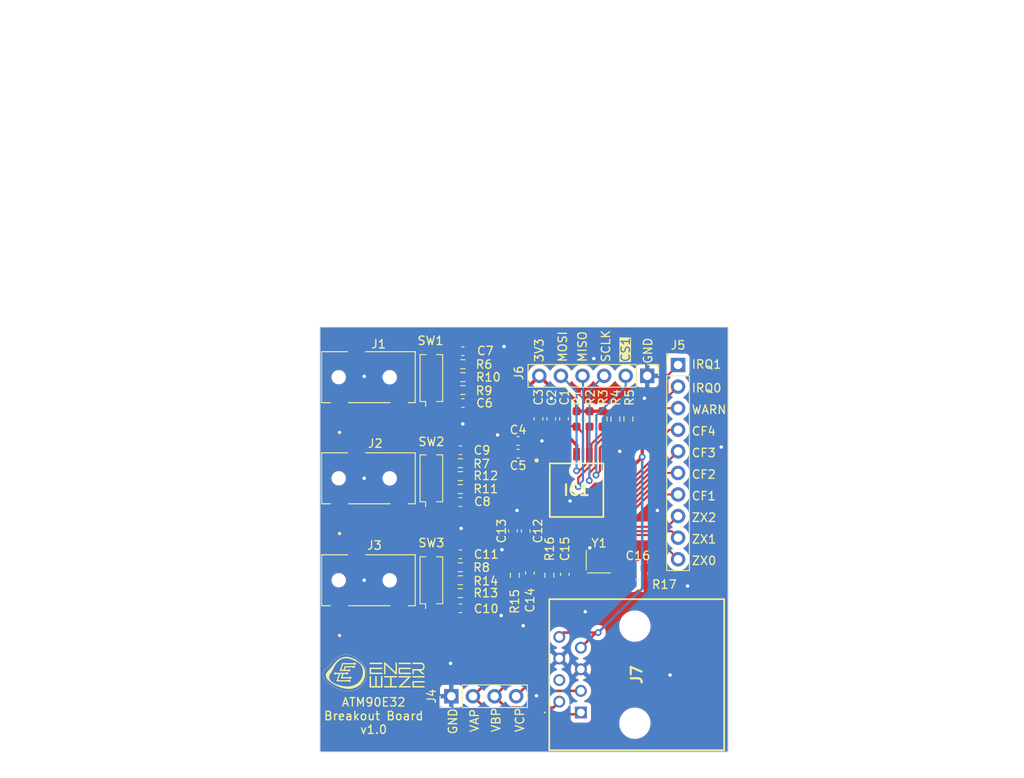
<source format=kicad_pcb>
(kicad_pcb
	(version 20240108)
	(generator "pcbnew")
	(generator_version "8.0")
	(general
		(thickness 1.6)
		(legacy_teardrops no)
	)
	(paper "A4")
	(title_block
		(title "ATM90E32 Breakout Board")
		(date "2024-04-11")
		(rev "1.0")
		(company "Enerwize")
	)
	(layers
		(0 "F.Cu" power)
		(31 "B.Cu" power)
		(32 "B.Adhes" user "B.Adhesive")
		(33 "F.Adhes" user "F.Adhesive")
		(34 "B.Paste" user)
		(35 "F.Paste" user)
		(36 "B.SilkS" user "B.Silkscreen")
		(37 "F.SilkS" user "F.Silkscreen")
		(38 "B.Mask" user)
		(39 "F.Mask" user)
		(40 "Dwgs.User" user "User.Drawings")
		(41 "Cmts.User" user "User.Comments")
		(42 "Eco1.User" user "User.Eco1")
		(43 "Eco2.User" user "User.Eco2")
		(44 "Edge.Cuts" user)
		(45 "Margin" user)
		(46 "B.CrtYd" user "B.Courtyard")
		(47 "F.CrtYd" user "F.Courtyard")
		(48 "B.Fab" user)
		(49 "F.Fab" user)
		(50 "User.1" user)
		(51 "User.2" user)
		(52 "User.3" user)
		(53 "User.4" user)
		(54 "User.5" user)
		(55 "User.6" user)
		(56 "User.7" user)
		(57 "User.8" user)
		(58 "User.9" user)
	)
	(setup
		(stackup
			(layer "F.SilkS"
				(type "Top Silk Screen")
				(color "White")
				(material "Direct Printing")
			)
			(layer "F.Paste"
				(type "Top Solder Paste")
			)
			(layer "F.Mask"
				(type "Top Solder Mask")
				(color "Blue")
				(thickness 0.01)
				(material "Epoxy")
				(epsilon_r 3.3)
				(loss_tangent 0)
			)
			(layer "F.Cu"
				(type "copper")
				(thickness 0.035)
			)
			(layer "dielectric 1"
				(type "core")
				(color "FR4 natural")
				(thickness 1.51)
				(material "FR4")
				(epsilon_r 4.5)
				(loss_tangent 0.02)
			)
			(layer "B.Cu"
				(type "copper")
				(thickness 0.035)
			)
			(layer "B.Mask"
				(type "Bottom Solder Mask")
				(thickness 0.01)
			)
			(layer "B.Paste"
				(type "Bottom Solder Paste")
			)
			(layer "B.SilkS"
				(type "Bottom Silk Screen")
			)
			(copper_finish "ENIG")
			(dielectric_constraints no)
		)
		(pad_to_mask_clearance 0)
		(allow_soldermask_bridges_in_footprints no)
		(aux_axis_origin 160.576 91.546)
		(grid_origin 160.576 91.546)
		(pcbplotparams
			(layerselection 0x00010fc_ffffffff)
			(plot_on_all_layers_selection 0x0000000_00000000)
			(disableapertmacros no)
			(usegerberextensions no)
			(usegerberattributes yes)
			(usegerberadvancedattributes yes)
			(creategerberjobfile yes)
			(dashed_line_dash_ratio 12.000000)
			(dashed_line_gap_ratio 3.000000)
			(svgprecision 4)
			(plotframeref no)
			(viasonmask no)
			(mode 1)
			(useauxorigin no)
			(hpglpennumber 1)
			(hpglpenspeed 20)
			(hpglpendiameter 15.000000)
			(pdf_front_fp_property_popups yes)
			(pdf_back_fp_property_popups yes)
			(dxfpolygonmode yes)
			(dxfimperialunits yes)
			(dxfusepcbnewfont yes)
			(psnegative no)
			(psa4output no)
			(plotreference yes)
			(plotvalue yes)
			(plotfptext yes)
			(plotinvisibletext no)
			(sketchpadsonfab no)
			(subtractmaskfromsilk no)
			(outputformat 1)
			(mirror no)
			(drillshape 1)
			(scaleselection 1)
			(outputdirectory "")
		)
	)
	(net 0 "")
	(net 1 "GND")
	(net 2 "Net-(IC1-V1N)")
	(net 3 "Net-(IC1-V2N)")
	(net 4 "Net-(IC1-V3N)")
	(net 5 "Net-(IC1-~{RESET})")
	(net 6 "Net-(IC1-VDD18_1)")
	(net 7 "3V3")
	(net 8 "Net-(IC1-VREF)")
	(net 9 "/Current sensing 1/IA1N")
	(net 10 "/Current sensing 1/IA1P")
	(net 11 "/Current sensing 1/IB1N")
	(net 12 "/Current sensing 1/IB1P")
	(net 13 "/Current sensing 1/IC1N")
	(net 14 "/Current sensing 1/IC1P")
	(net 15 "/Current sensing 1/VAP")
	(net 16 "/Current sensing 1/VBP")
	(net 17 "/Current sensing 1/VCP")
	(net 18 "Net-(IC1-OSCI)")
	(net 19 "Net-(IC1-OSCO)")
	(net 20 "/Current sensing 1/ZX0")
	(net 21 "/Current sensing 1/ZX1")
	(net 22 "/Current sensing 1/ZX2")
	(net 23 "/Current sensing 1/CF1")
	(net 24 "/Current sensing 1/CF2")
	(net 25 "WARN")
	(net 26 "IRQ0")
	(net 27 "IRQ1")
	(net 28 "/Current sensing 1/CF3")
	(net 29 "~{CS1}")
	(net 30 "SCLK")
	(net 31 "MISO")
	(net 32 "MOSI")
	(net 33 "/Current sensing 1/CF4")
	(net 34 "unconnected-(IC1-NC_1-Pad35)")
	(net 35 "unconnected-(IC1-NC_2-Pad45)")
	(net 36 "unconnected-(IC1-NC_3-Pad46)")
	(net 37 "Net-(J2-Pad1)")
	(net 38 "Net-(J3-Pad1)")
	(net 39 "Net-(SW1-A)")
	(net 40 "unconnected-(J7-Pad4)")
	(net 41 "Net-(SW2-A)")
	(net 42 "Net-(SW3-A)")
	(net 43 "Net-(SW1-B)")
	(net 44 "Net-(SW2-B)")
	(net 45 "Net-(SW3-B)")
	(net 46 "Net-(J1-Pad1)")
	(net 47 "unconnected-(J1-Pad2)")
	(net 48 "unconnected-(J2-Pad2)")
	(net 49 "unconnected-(J3-Pad2)")
	(footprint "Enerwize:BOOMELE_PJ-320B" (layer "F.Cu") (at 165.776 97.446))
	(footprint "Capacitor_SMD:C_0603_1608Metric_Pad1.08x0.95mm_HandSolder" (layer "F.Cu") (at 177.3825 100.488))
	(footprint "Button_Switch_SMD:SW_DIP_SPSTx01_Slide_Copal_CHS-01A_W5.08mm_P1.27mm_JPin" (layer "F.Cu") (at 173.676 121.346 90))
	(footprint "Resistor_SMD:R_0603_1608Metric_Pad0.98x0.95mm_HandSolder" (layer "F.Cu") (at 177.3825 98.964 180))
	(footprint "Capacitor_SMD:C_0603_1608Metric_Pad1.08x0.95mm_HandSolder" (layer "F.Cu") (at 183.876 106.446))
	(footprint "Capacitor_SMD:C_0603_1608Metric_Pad1.08x0.95mm_HandSolder" (layer "F.Cu") (at 184.776 115.546 -90))
	(footprint "Connector_PinHeader_2.54mm:PinHeader_1x10_P2.54mm_Vertical" (layer "F.Cu") (at 202.692 96.012))
	(footprint "Resistor_SMD:R_0603_1608Metric_Pad0.98x0.95mm_HandSolder" (layer "F.Cu") (at 177.0815 110.616 180))
	(footprint "Resistor_SMD:R_0603_1608Metric_Pad0.98x0.95mm_HandSolder" (layer "F.Cu") (at 177.0815 109.092 180))
	(footprint "Enerwize:BOOMELE_PJ-320B" (layer "F.Cu") (at 165.776 121.346))
	(footprint "Capacitor_SMD:C_0603_1608Metric_Pad1.08x0.95mm_HandSolder" (layer "F.Cu") (at 177.0815 112.14))
	(footprint "Resistor_SMD:R_0603_1608Metric_Pad0.98x0.95mm_HandSolder" (layer "F.Cu") (at 196.85 102.362 -90))
	(footprint "Resistor_SMD:R_0603_1608Metric_Pad0.98x0.95mm_HandSolder" (layer "F.Cu") (at 192.278 102.362 -90))
	(footprint "Enerwize:BOOMELE_PJ-320B" (layer "F.Cu") (at 165.776 109.346))
	(footprint "Enerwize:ATM90E32AS-AU-R" (layer "F.Cu") (at 190.754 110.744))
	(footprint "Capacitor_SMD:C_0603_1608Metric_Pad1.08x0.95mm_HandSolder" (layer "F.Cu") (at 183.276 115.546 -90))
	(footprint "Enerwize:MTJ881X1" (layer "F.Cu") (at 191.262 136.906 90))
	(footprint "Resistor_SMD:R_0603_1608Metric_Pad0.98x0.95mm_HandSolder" (layer "F.Cu") (at 177.0815 119.822 180))
	(footprint "Resistor_SMD:R_0603_1608Metric_Pad0.98x0.95mm_HandSolder" (layer "F.Cu") (at 177.0815 107.568 180))
	(footprint "Connector_PinHeader_2.54mm:PinHeader_1x06_P2.54mm_Vertical" (layer "F.Cu") (at 199.073 97.282 -90))
	(footprint "Resistor_SMD:R_0603_1608Metric_Pad0.98x0.95mm_HandSolder" (layer "F.Cu") (at 193.802 102.362 -90))
	(footprint "Resistor_SMD:R_0603_1608Metric_Pad0.98x0.95mm_HandSolder" (layer "F.Cu") (at 177.0815 121.346 180))
	(footprint "Capacitor_SMD:C_0603_1608Metric_Pad1.08x0.95mm_HandSolder" (layer "F.Cu") (at 187.776 102.346 -90))
	(footprint "Capacitor_SMD:C_0603_1608Metric_Pad1.08x0.95mm_HandSolder" (layer "F.Cu") (at 177.0815 106.044 180))
	(footprint "Fiducial:Fiducial_0.5mm_Mask1mm" (layer "F.Cu") (at 161.576 140.546))
	(footprint "Capacitor_SMD:C_0603_1608Metric_Pad1.08x0.95mm_HandSolder" (layer "F.Cu") (at 177.0815 118.298 180))
	(footprint "Button_Switch_SMD:SW_DIP_SPSTx01_Slide_Copal_CHS-01A_W5.08mm_P1.27mm_JPin" (layer "F.Cu") (at 173.676 97.546 90))
	(footprint "Enerwize:Crystal_SMD_2016-4Pin_2.0x1.6mm" (layer "F.Cu") (at 193.398 118.978))
	(footprint "Button_Switch_SMD:SW_DIP_SPSTx01_Slide_Copal_CHS-01A_W5.08mm_P1.27mm_JPin" (layer "F.Cu") (at 173.676 109.346 90))
	(footprint "Capacitor_SMD:C_0603_1608Metric_Pad1.08x0.95mm_HandSolder" (layer "F.Cu") (at 185.27 120.4965 -90))
	(footprint "Capacitor_SMD:C_0603_1608Metric_Pad1.08x0.95mm_HandSolder" (layer "F.Cu") (at 186.276 102.346 -90))
	(footprint "Resistor_SMD:R_0603_1608Metric_Pad0.98x0.95mm_HandSolder" (layer "F.Cu") (at 177.3825 97.44 180))
	(footprint "Resistor_SMD:R_0603_1608Metric_Pad0.98x0.95mm_HandSolder" (layer "F.Cu") (at 187.556 120.756 -90))
	(footprint "Capacitor_SMD:C_0603_1608Metric_Pad1.08x0.95mm_HandSolder"
		(layer "F.Cu")
		(uuid "a50a8778-52c2-43bc-9542-b71c7bbede77")
		(at 177.
... [368423 chars truncated]
</source>
